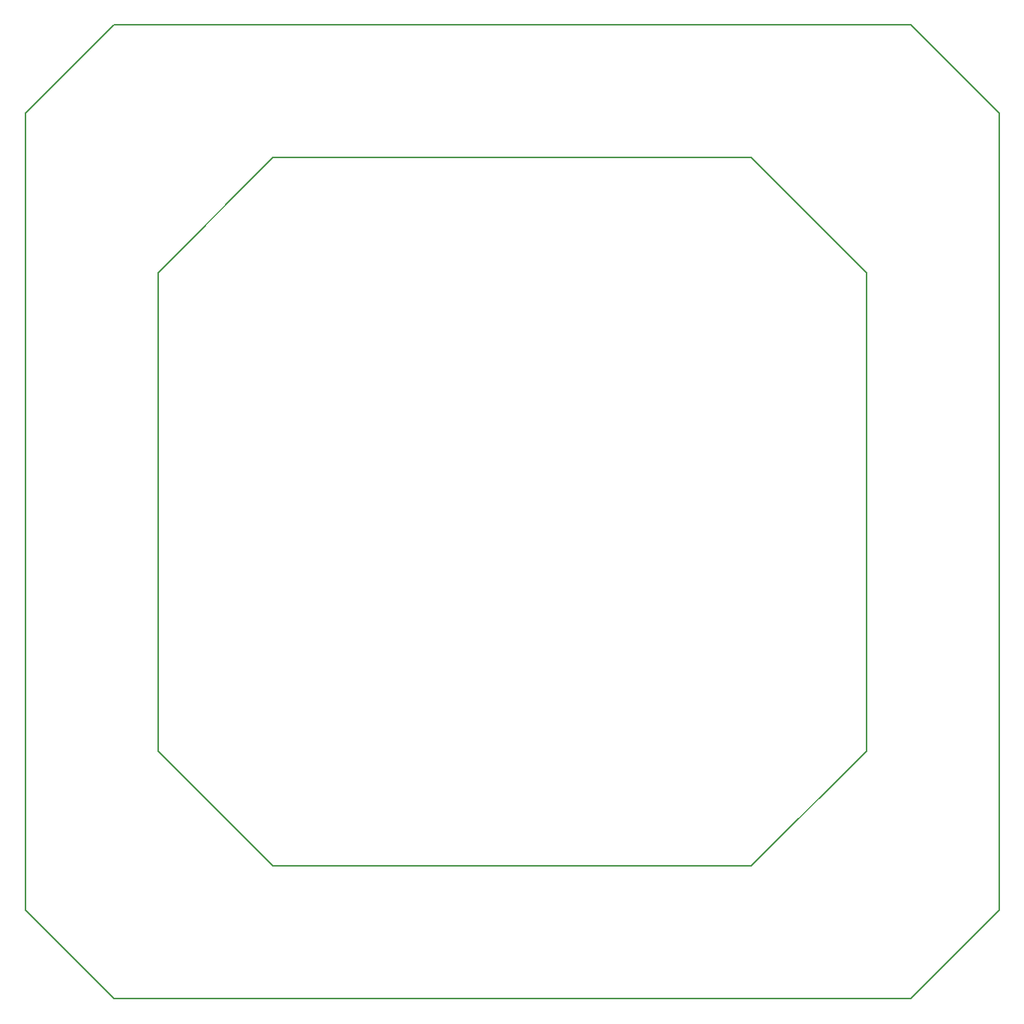
<source format=gbr>
%TF.GenerationSoftware,KiCad,Pcbnew,7.0.6*%
%TF.CreationDate,2024-08-08T10:20:05+01:00*%
%TF.ProjectId,DMI_LightBox,444d495f-4c69-4676-9874-426f782e6b69,rev?*%
%TF.SameCoordinates,Original*%
%TF.FileFunction,Profile,NP*%
%FSLAX46Y46*%
G04 Gerber Fmt 4.6, Leading zero omitted, Abs format (unit mm)*
G04 Created by KiCad (PCBNEW 7.0.6) date 2024-08-08 10:20:05*
%MOMM*%
%LPD*%
G01*
G04 APERTURE LIST*
%TA.AperFunction,Profile*%
%ADD10C,0.200000*%
%TD*%
G04 APERTURE END LIST*
D10*
X229305001Y-52319999D02*
X219305001Y-42319999D01*
X229305001Y-142319999D02*
X229305001Y-52319999D01*
X214305001Y-124319999D02*
X214305001Y-70319999D01*
X214305001Y-70319999D02*
X201305001Y-57319999D01*
X219305001Y-42319999D02*
X129305001Y-42319999D01*
X134305001Y-70319999D02*
X134305001Y-124319999D01*
X134305001Y-124319999D02*
X147305001Y-137319999D01*
X147305001Y-137319999D02*
X201305001Y-137319999D01*
X129305001Y-42319999D02*
X119305001Y-52319999D01*
X129305001Y-152319999D02*
X219305001Y-152319999D01*
X201305001Y-57319999D02*
X147305001Y-57319999D01*
X219305001Y-152319999D02*
X229305001Y-142319999D01*
X119305001Y-52319999D02*
X119305001Y-142319999D01*
X201305001Y-137319999D02*
X214305001Y-124319999D01*
X147305001Y-57319999D02*
X134305001Y-70319999D01*
X119305001Y-142319999D02*
X129305001Y-152319999D01*
M02*

</source>
